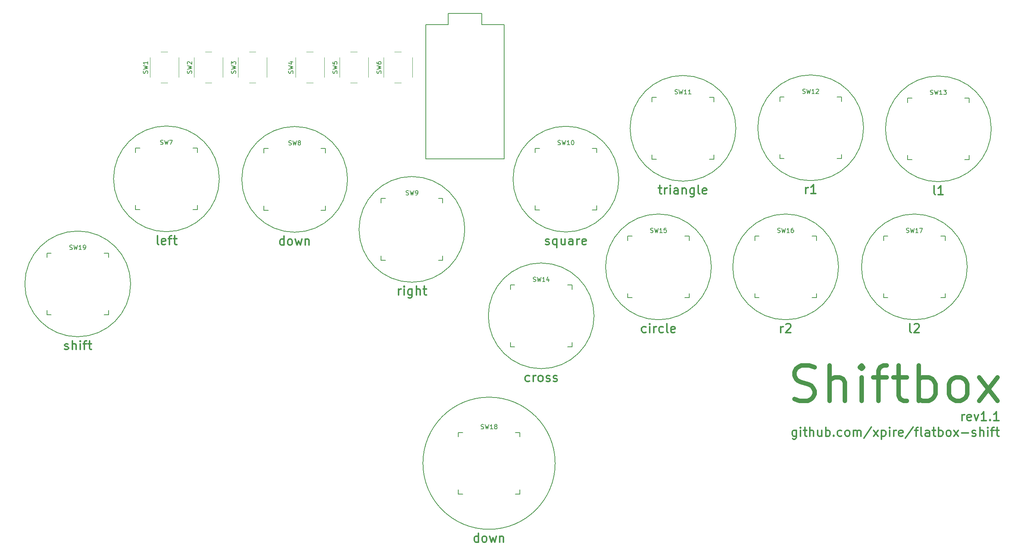
<source format=gto>
%TF.GenerationSoftware,KiCad,Pcbnew,(6.0.7)*%
%TF.CreationDate,2022-08-15T09:32:31+10:00*%
%TF.ProjectId,Flatbox-rev1_1_goldenratio,466c6174-626f-4782-9d72-6576315f315f,rev?*%
%TF.SameCoordinates,Original*%
%TF.FileFunction,Legend,Top*%
%TF.FilePolarity,Positive*%
%FSLAX46Y46*%
G04 Gerber Fmt 4.6, Leading zero omitted, Abs format (unit mm)*
G04 Created by KiCad (PCBNEW (6.0.7)) date 2022-08-15 09:32:31*
%MOMM*%
%LPD*%
G01*
G04 APERTURE LIST*
%ADD10C,0.200000*%
%ADD11C,0.300000*%
%ADD12C,1.000000*%
%ADD13C,0.150000*%
%ADD14C,0.120000*%
%ADD15R,1.600000X1.600000*%
%ADD16C,1.600000*%
%ADD17C,3.429000*%
%ADD18C,1.701800*%
%ADD19C,3.000000*%
%ADD20C,2.032000*%
%ADD21C,6.400000*%
%ADD22C,2.000000*%
G04 APERTURE END LIST*
D10*
X200220000Y-76080000D02*
G75*
G03*
X200220000Y-76080000I-12000000J0D01*
G01*
X144280000Y-67560000D02*
G75*
G03*
X144280000Y-67560000I-12000000J0D01*
G01*
X164780000Y-120660000D02*
G75*
G03*
X164780000Y-120660000I-15000000J0D01*
G01*
X234750000Y-44500000D02*
G75*
G03*
X234750000Y-44500000I-12000000J0D01*
G01*
X179220000Y-56150000D02*
G75*
G03*
X179220000Y-56150000I-12000000J0D01*
G01*
X263720000Y-44740000D02*
G75*
G03*
X263720000Y-44740000I-12000000J0D01*
G01*
X173610000Y-87190000D02*
G75*
G03*
X173610000Y-87190000I-12000000J0D01*
G01*
X117680000Y-56210000D02*
G75*
G03*
X117680000Y-56210000I-12000000J0D01*
G01*
X68460000Y-79940000D02*
G75*
G03*
X68460000Y-79940000I-12000000J0D01*
G01*
X258280000Y-76080000D02*
G75*
G03*
X258280000Y-76080000I-12000000J0D01*
G01*
X88585000Y-56090000D02*
G75*
G03*
X88585000Y-56090000I-12000000J0D01*
G01*
X205780000Y-44620000D02*
G75*
G03*
X205780000Y-44620000I-12000000J0D01*
G01*
X229070000Y-76080000D02*
G75*
G03*
X229070000Y-76080000I-12000000J0D01*
G01*
D11*
X185362857Y-90889523D02*
X185172380Y-90984761D01*
X184791428Y-90984761D01*
X184600952Y-90889523D01*
X184505714Y-90794285D01*
X184410476Y-90603809D01*
X184410476Y-90032380D01*
X184505714Y-89841904D01*
X184600952Y-89746666D01*
X184791428Y-89651428D01*
X185172380Y-89651428D01*
X185362857Y-89746666D01*
X186220000Y-90984761D02*
X186220000Y-89651428D01*
X186220000Y-88984761D02*
X186124761Y-89080000D01*
X186220000Y-89175238D01*
X186315238Y-89080000D01*
X186220000Y-88984761D01*
X186220000Y-89175238D01*
X187172380Y-90984761D02*
X187172380Y-89651428D01*
X187172380Y-90032380D02*
X187267619Y-89841904D01*
X187362857Y-89746666D01*
X187553333Y-89651428D01*
X187743809Y-89651428D01*
X189267619Y-90889523D02*
X189077142Y-90984761D01*
X188696190Y-90984761D01*
X188505714Y-90889523D01*
X188410476Y-90794285D01*
X188315238Y-90603809D01*
X188315238Y-90032380D01*
X188410476Y-89841904D01*
X188505714Y-89746666D01*
X188696190Y-89651428D01*
X189077142Y-89651428D01*
X189267619Y-89746666D01*
X190410476Y-90984761D02*
X190220000Y-90889523D01*
X190124761Y-90699047D01*
X190124761Y-88984761D01*
X191934285Y-90889523D02*
X191743809Y-90984761D01*
X191362857Y-90984761D01*
X191172380Y-90889523D01*
X191077142Y-90699047D01*
X191077142Y-89937142D01*
X191172380Y-89746666D01*
X191362857Y-89651428D01*
X191743809Y-89651428D01*
X191934285Y-89746666D01*
X192029523Y-89937142D01*
X192029523Y-90127619D01*
X191077142Y-90318095D01*
X158943333Y-101999523D02*
X158752857Y-102094761D01*
X158371904Y-102094761D01*
X158181428Y-101999523D01*
X158086190Y-101904285D01*
X157990952Y-101713809D01*
X157990952Y-101142380D01*
X158086190Y-100951904D01*
X158181428Y-100856666D01*
X158371904Y-100761428D01*
X158752857Y-100761428D01*
X158943333Y-100856666D01*
X159800476Y-102094761D02*
X159800476Y-100761428D01*
X159800476Y-101142380D02*
X159895714Y-100951904D01*
X159990952Y-100856666D01*
X160181428Y-100761428D01*
X160371904Y-100761428D01*
X161324285Y-102094761D02*
X161133809Y-101999523D01*
X161038571Y-101904285D01*
X160943333Y-101713809D01*
X160943333Y-101142380D01*
X161038571Y-100951904D01*
X161133809Y-100856666D01*
X161324285Y-100761428D01*
X161610000Y-100761428D01*
X161800476Y-100856666D01*
X161895714Y-100951904D01*
X161990952Y-101142380D01*
X161990952Y-101713809D01*
X161895714Y-101904285D01*
X161800476Y-101999523D01*
X161610000Y-102094761D01*
X161324285Y-102094761D01*
X162752857Y-101999523D02*
X162943333Y-102094761D01*
X163324285Y-102094761D01*
X163514761Y-101999523D01*
X163610000Y-101809047D01*
X163610000Y-101713809D01*
X163514761Y-101523333D01*
X163324285Y-101428095D01*
X163038571Y-101428095D01*
X162848095Y-101332857D01*
X162752857Y-101142380D01*
X162752857Y-101047142D01*
X162848095Y-100856666D01*
X163038571Y-100761428D01*
X163324285Y-100761428D01*
X163514761Y-100856666D01*
X164371904Y-101999523D02*
X164562380Y-102094761D01*
X164943333Y-102094761D01*
X165133809Y-101999523D01*
X165229047Y-101809047D01*
X165229047Y-101713809D01*
X165133809Y-101523333D01*
X164943333Y-101428095D01*
X164657619Y-101428095D01*
X164467142Y-101332857D01*
X164371904Y-101142380D01*
X164371904Y-101047142D01*
X164467142Y-100856666D01*
X164657619Y-100761428D01*
X164943333Y-100761428D01*
X165133809Y-100856666D01*
X147351428Y-138564761D02*
X147351428Y-136564761D01*
X147351428Y-138469523D02*
X147160952Y-138564761D01*
X146780000Y-138564761D01*
X146589523Y-138469523D01*
X146494285Y-138374285D01*
X146399047Y-138183809D01*
X146399047Y-137612380D01*
X146494285Y-137421904D01*
X146589523Y-137326666D01*
X146780000Y-137231428D01*
X147160952Y-137231428D01*
X147351428Y-137326666D01*
X148589523Y-138564761D02*
X148399047Y-138469523D01*
X148303809Y-138374285D01*
X148208571Y-138183809D01*
X148208571Y-137612380D01*
X148303809Y-137421904D01*
X148399047Y-137326666D01*
X148589523Y-137231428D01*
X148875238Y-137231428D01*
X149065714Y-137326666D01*
X149160952Y-137421904D01*
X149256190Y-137612380D01*
X149256190Y-138183809D01*
X149160952Y-138374285D01*
X149065714Y-138469523D01*
X148875238Y-138564761D01*
X148589523Y-138564761D01*
X149922857Y-137231428D02*
X150303809Y-138564761D01*
X150684761Y-137612380D01*
X151065714Y-138564761D01*
X151446666Y-137231428D01*
X152208571Y-137231428D02*
X152208571Y-138564761D01*
X152208571Y-137421904D02*
X152303809Y-137326666D01*
X152494285Y-137231428D01*
X152780000Y-137231428D01*
X152970476Y-137326666D01*
X153065714Y-137517142D01*
X153065714Y-138564761D01*
X251005714Y-59644761D02*
X250815238Y-59549523D01*
X250720000Y-59359047D01*
X250720000Y-57644761D01*
X252815238Y-59644761D02*
X251672380Y-59644761D01*
X252243809Y-59644761D02*
X252243809Y-57644761D01*
X252053333Y-57930476D01*
X251862857Y-58120952D01*
X251672380Y-58216190D01*
X219506428Y-113189428D02*
X219506428Y-114808476D01*
X219411190Y-114998952D01*
X219315952Y-115094190D01*
X219125476Y-115189428D01*
X218839761Y-115189428D01*
X218649285Y-115094190D01*
X219506428Y-114427523D02*
X219315952Y-114522761D01*
X218935000Y-114522761D01*
X218744523Y-114427523D01*
X218649285Y-114332285D01*
X218554047Y-114141809D01*
X218554047Y-113570380D01*
X218649285Y-113379904D01*
X218744523Y-113284666D01*
X218935000Y-113189428D01*
X219315952Y-113189428D01*
X219506428Y-113284666D01*
X220458809Y-114522761D02*
X220458809Y-113189428D01*
X220458809Y-112522761D02*
X220363571Y-112618000D01*
X220458809Y-112713238D01*
X220554047Y-112618000D01*
X220458809Y-112522761D01*
X220458809Y-112713238D01*
X221125476Y-113189428D02*
X221887380Y-113189428D01*
X221411190Y-112522761D02*
X221411190Y-114237047D01*
X221506428Y-114427523D01*
X221696904Y-114522761D01*
X221887380Y-114522761D01*
X222554047Y-114522761D02*
X222554047Y-112522761D01*
X223411190Y-114522761D02*
X223411190Y-113475142D01*
X223315952Y-113284666D01*
X223125476Y-113189428D01*
X222839761Y-113189428D01*
X222649285Y-113284666D01*
X222554047Y-113379904D01*
X225220714Y-113189428D02*
X225220714Y-114522761D01*
X224363571Y-113189428D02*
X224363571Y-114237047D01*
X224458809Y-114427523D01*
X224649285Y-114522761D01*
X224935000Y-114522761D01*
X225125476Y-114427523D01*
X225220714Y-114332285D01*
X226173095Y-114522761D02*
X226173095Y-112522761D01*
X226173095Y-113284666D02*
X226363571Y-113189428D01*
X226744523Y-113189428D01*
X226935000Y-113284666D01*
X227030238Y-113379904D01*
X227125476Y-113570380D01*
X227125476Y-114141809D01*
X227030238Y-114332285D01*
X226935000Y-114427523D01*
X226744523Y-114522761D01*
X226363571Y-114522761D01*
X226173095Y-114427523D01*
X227982619Y-114332285D02*
X228077857Y-114427523D01*
X227982619Y-114522761D01*
X227887380Y-114427523D01*
X227982619Y-114332285D01*
X227982619Y-114522761D01*
X229792142Y-114427523D02*
X229601666Y-114522761D01*
X229220714Y-114522761D01*
X229030238Y-114427523D01*
X228934999Y-114332285D01*
X228839761Y-114141809D01*
X228839761Y-113570380D01*
X228934999Y-113379904D01*
X229030238Y-113284666D01*
X229220714Y-113189428D01*
X229601666Y-113189428D01*
X229792142Y-113284666D01*
X230934999Y-114522761D02*
X230744523Y-114427523D01*
X230649285Y-114332285D01*
X230554047Y-114141809D01*
X230554047Y-113570380D01*
X230649285Y-113379904D01*
X230744523Y-113284666D01*
X230934999Y-113189428D01*
X231220714Y-113189428D01*
X231411190Y-113284666D01*
X231506428Y-113379904D01*
X231601666Y-113570380D01*
X231601666Y-114141809D01*
X231506428Y-114332285D01*
X231411190Y-114427523D01*
X231220714Y-114522761D01*
X230934999Y-114522761D01*
X232458809Y-114522761D02*
X232458809Y-113189428D01*
X232458809Y-113379904D02*
X232554047Y-113284666D01*
X232744523Y-113189428D01*
X233030238Y-113189428D01*
X233220714Y-113284666D01*
X233315952Y-113475142D01*
X233315952Y-114522761D01*
X233315952Y-113475142D02*
X233411190Y-113284666D01*
X233601666Y-113189428D01*
X233887380Y-113189428D01*
X234077857Y-113284666D01*
X234173095Y-113475142D01*
X234173095Y-114522761D01*
X236554047Y-112427523D02*
X234839761Y-114998952D01*
X237030238Y-114522761D02*
X238077857Y-113189428D01*
X237030238Y-113189428D02*
X238077857Y-114522761D01*
X238839761Y-113189428D02*
X238839761Y-115189428D01*
X238839761Y-113284666D02*
X239030238Y-113189428D01*
X239411190Y-113189428D01*
X239601666Y-113284666D01*
X239696904Y-113379904D01*
X239792142Y-113570380D01*
X239792142Y-114141809D01*
X239696904Y-114332285D01*
X239601666Y-114427523D01*
X239411190Y-114522761D01*
X239030238Y-114522761D01*
X238839761Y-114427523D01*
X240649285Y-114522761D02*
X240649285Y-113189428D01*
X240649285Y-112522761D02*
X240554047Y-112618000D01*
X240649285Y-112713238D01*
X240744523Y-112618000D01*
X240649285Y-112522761D01*
X240649285Y-112713238D01*
X241601666Y-114522761D02*
X241601666Y-113189428D01*
X241601666Y-113570380D02*
X241696904Y-113379904D01*
X241792142Y-113284666D01*
X241982619Y-113189428D01*
X242173095Y-113189428D01*
X243601666Y-114427523D02*
X243411190Y-114522761D01*
X243030238Y-114522761D01*
X242839761Y-114427523D01*
X242744523Y-114237047D01*
X242744523Y-113475142D01*
X242839761Y-113284666D01*
X243030238Y-113189428D01*
X243411190Y-113189428D01*
X243601666Y-113284666D01*
X243696904Y-113475142D01*
X243696904Y-113665619D01*
X242744523Y-113856095D01*
X245982619Y-112427523D02*
X244268333Y-114998952D01*
X246363571Y-113189428D02*
X247125476Y-113189428D01*
X246649285Y-114522761D02*
X246649285Y-112808476D01*
X246744523Y-112618000D01*
X246934999Y-112522761D01*
X247125476Y-112522761D01*
X248077857Y-114522761D02*
X247887380Y-114427523D01*
X247792142Y-114237047D01*
X247792142Y-112522761D01*
X249696904Y-114522761D02*
X249696904Y-113475142D01*
X249601666Y-113284666D01*
X249411190Y-113189428D01*
X249030238Y-113189428D01*
X248839761Y-113284666D01*
X249696904Y-114427523D02*
X249506428Y-114522761D01*
X249030238Y-114522761D01*
X248839761Y-114427523D01*
X248744523Y-114237047D01*
X248744523Y-114046571D01*
X248839761Y-113856095D01*
X249030238Y-113760857D01*
X249506428Y-113760857D01*
X249696904Y-113665619D01*
X250363571Y-113189428D02*
X251125476Y-113189428D01*
X250649285Y-112522761D02*
X250649285Y-114237047D01*
X250744523Y-114427523D01*
X250934999Y-114522761D01*
X251125476Y-114522761D01*
X251792142Y-114522761D02*
X251792142Y-112522761D01*
X251792142Y-113284666D02*
X251982619Y-113189428D01*
X252363571Y-113189428D01*
X252554047Y-113284666D01*
X252649285Y-113379904D01*
X252744523Y-113570380D01*
X252744523Y-114141809D01*
X252649285Y-114332285D01*
X252554047Y-114427523D01*
X252363571Y-114522761D01*
X251982619Y-114522761D01*
X251792142Y-114427523D01*
X253887380Y-114522761D02*
X253696904Y-114427523D01*
X253601666Y-114332285D01*
X253506428Y-114141809D01*
X253506428Y-113570380D01*
X253601666Y-113379904D01*
X253696904Y-113284666D01*
X253887380Y-113189428D01*
X254173095Y-113189428D01*
X254363571Y-113284666D01*
X254458809Y-113379904D01*
X254554047Y-113570380D01*
X254554047Y-114141809D01*
X254458809Y-114332285D01*
X254363571Y-114427523D01*
X254173095Y-114522761D01*
X253887380Y-114522761D01*
X255220714Y-114522761D02*
X256268333Y-113189428D01*
X255220714Y-113189428D02*
X256268333Y-114522761D01*
X257030238Y-113760857D02*
X258554047Y-113760857D01*
X259411190Y-114427523D02*
X259601666Y-114522761D01*
X259982619Y-114522761D01*
X260173095Y-114427523D01*
X260268333Y-114237047D01*
X260268333Y-114141809D01*
X260173095Y-113951333D01*
X259982619Y-113856095D01*
X259696904Y-113856095D01*
X259506428Y-113760857D01*
X259411190Y-113570380D01*
X259411190Y-113475142D01*
X259506428Y-113284666D01*
X259696904Y-113189428D01*
X259982619Y-113189428D01*
X260173095Y-113284666D01*
X261125476Y-114522761D02*
X261125476Y-112522761D01*
X261982619Y-114522761D02*
X261982619Y-113475142D01*
X261887380Y-113284666D01*
X261696904Y-113189428D01*
X261411190Y-113189428D01*
X261220714Y-113284666D01*
X261125476Y-113379904D01*
X262934999Y-114522761D02*
X262934999Y-113189428D01*
X262934999Y-112522761D02*
X262839761Y-112618000D01*
X262934999Y-112713238D01*
X263030238Y-112618000D01*
X262934999Y-112522761D01*
X262934999Y-112713238D01*
X263601666Y-113189428D02*
X264363571Y-113189428D01*
X263887380Y-114522761D02*
X263887380Y-112808476D01*
X263982619Y-112618000D01*
X264173095Y-112522761D01*
X264363571Y-112522761D01*
X264744523Y-113189428D02*
X265506428Y-113189428D01*
X265030238Y-112522761D02*
X265030238Y-114237047D01*
X265125476Y-114427523D01*
X265315952Y-114522761D01*
X265506428Y-114522761D01*
X103251428Y-71114761D02*
X103251428Y-69114761D01*
X103251428Y-71019523D02*
X103060952Y-71114761D01*
X102680000Y-71114761D01*
X102489523Y-71019523D01*
X102394285Y-70924285D01*
X102299047Y-70733809D01*
X102299047Y-70162380D01*
X102394285Y-69971904D01*
X102489523Y-69876666D01*
X102680000Y-69781428D01*
X103060952Y-69781428D01*
X103251428Y-69876666D01*
X104489523Y-71114761D02*
X104299047Y-71019523D01*
X104203809Y-70924285D01*
X104108571Y-70733809D01*
X104108571Y-70162380D01*
X104203809Y-69971904D01*
X104299047Y-69876666D01*
X104489523Y-69781428D01*
X104775238Y-69781428D01*
X104965714Y-69876666D01*
X105060952Y-69971904D01*
X105156190Y-70162380D01*
X105156190Y-70733809D01*
X105060952Y-70924285D01*
X104965714Y-71019523D01*
X104775238Y-71114761D01*
X104489523Y-71114761D01*
X105822857Y-69781428D02*
X106203809Y-71114761D01*
X106584761Y-70162380D01*
X106965714Y-71114761D01*
X107346666Y-69781428D01*
X108108571Y-69781428D02*
X108108571Y-71114761D01*
X108108571Y-69971904D02*
X108203809Y-69876666D01*
X108394285Y-69781428D01*
X108680000Y-69781428D01*
X108870476Y-69876666D01*
X108965714Y-70067142D01*
X108965714Y-71114761D01*
X215974761Y-90984761D02*
X215974761Y-89651428D01*
X215974761Y-90032380D02*
X216070000Y-89841904D01*
X216165238Y-89746666D01*
X216355714Y-89651428D01*
X216546190Y-89651428D01*
X217117619Y-89175238D02*
X217212857Y-89080000D01*
X217403333Y-88984761D01*
X217879523Y-88984761D01*
X218070000Y-89080000D01*
X218165238Y-89175238D01*
X218260476Y-89365714D01*
X218260476Y-89556190D01*
X218165238Y-89841904D01*
X217022380Y-90984761D01*
X218260476Y-90984761D01*
X129280000Y-82464761D02*
X129280000Y-81131428D01*
X129280000Y-81512380D02*
X129375238Y-81321904D01*
X129470476Y-81226666D01*
X129660952Y-81131428D01*
X129851428Y-81131428D01*
X130518095Y-82464761D02*
X130518095Y-81131428D01*
X130518095Y-80464761D02*
X130422857Y-80560000D01*
X130518095Y-80655238D01*
X130613333Y-80560000D01*
X130518095Y-80464761D01*
X130518095Y-80655238D01*
X132327619Y-81131428D02*
X132327619Y-82750476D01*
X132232380Y-82940952D01*
X132137142Y-83036190D01*
X131946666Y-83131428D01*
X131660952Y-83131428D01*
X131470476Y-83036190D01*
X132327619Y-82369523D02*
X132137142Y-82464761D01*
X131756190Y-82464761D01*
X131565714Y-82369523D01*
X131470476Y-82274285D01*
X131375238Y-82083809D01*
X131375238Y-81512380D01*
X131470476Y-81321904D01*
X131565714Y-81226666D01*
X131756190Y-81131428D01*
X132137142Y-81131428D01*
X132327619Y-81226666D01*
X133280000Y-82464761D02*
X133280000Y-80464761D01*
X134137142Y-82464761D02*
X134137142Y-81417142D01*
X134041904Y-81226666D01*
X133851428Y-81131428D01*
X133565714Y-81131428D01*
X133375238Y-81226666D01*
X133280000Y-81321904D01*
X134803809Y-81131428D02*
X135565714Y-81131428D01*
X135089523Y-80464761D02*
X135089523Y-82179047D01*
X135184761Y-82369523D01*
X135375238Y-82464761D01*
X135565714Y-82464761D01*
X74823095Y-70994761D02*
X74632619Y-70899523D01*
X74537380Y-70709047D01*
X74537380Y-68994761D01*
X76346904Y-70899523D02*
X76156428Y-70994761D01*
X75775476Y-70994761D01*
X75585000Y-70899523D01*
X75489761Y-70709047D01*
X75489761Y-69947142D01*
X75585000Y-69756666D01*
X75775476Y-69661428D01*
X76156428Y-69661428D01*
X76346904Y-69756666D01*
X76442142Y-69947142D01*
X76442142Y-70137619D01*
X75489761Y-70328095D01*
X77013571Y-69661428D02*
X77775476Y-69661428D01*
X77299285Y-70994761D02*
X77299285Y-69280476D01*
X77394523Y-69090000D01*
X77585000Y-68994761D01*
X77775476Y-68994761D01*
X78156428Y-69661428D02*
X78918333Y-69661428D01*
X78442142Y-68994761D02*
X78442142Y-70709047D01*
X78537380Y-70899523D01*
X78727857Y-70994761D01*
X78918333Y-70994761D01*
X53507619Y-94749523D02*
X53698095Y-94844761D01*
X54079047Y-94844761D01*
X54269523Y-94749523D01*
X54364761Y-94559047D01*
X54364761Y-94463809D01*
X54269523Y-94273333D01*
X54079047Y-94178095D01*
X53793333Y-94178095D01*
X53602857Y-94082857D01*
X53507619Y-93892380D01*
X53507619Y-93797142D01*
X53602857Y-93606666D01*
X53793333Y-93511428D01*
X54079047Y-93511428D01*
X54269523Y-93606666D01*
X55221904Y-94844761D02*
X55221904Y-92844761D01*
X56079047Y-94844761D02*
X56079047Y-93797142D01*
X55983809Y-93606666D01*
X55793333Y-93511428D01*
X55507619Y-93511428D01*
X55317142Y-93606666D01*
X55221904Y-93701904D01*
X57031428Y-94844761D02*
X57031428Y-93511428D01*
X57031428Y-92844761D02*
X56936190Y-92940000D01*
X57031428Y-93035238D01*
X57126666Y-92940000D01*
X57031428Y-92844761D01*
X57031428Y-93035238D01*
X57698095Y-93511428D02*
X58460000Y-93511428D01*
X57983809Y-94844761D02*
X57983809Y-93130476D01*
X58079047Y-92940000D01*
X58269523Y-92844761D01*
X58460000Y-92844761D01*
X58840952Y-93511428D02*
X59602857Y-93511428D01*
X59126666Y-92844761D02*
X59126666Y-94559047D01*
X59221904Y-94749523D01*
X59412380Y-94844761D01*
X59602857Y-94844761D01*
X257096142Y-110966761D02*
X257096142Y-109633428D01*
X257096142Y-110014380D02*
X257191380Y-109823904D01*
X257286619Y-109728666D01*
X257477095Y-109633428D01*
X257667571Y-109633428D01*
X259096142Y-110871523D02*
X258905666Y-110966761D01*
X258524714Y-110966761D01*
X258334238Y-110871523D01*
X258239000Y-110681047D01*
X258239000Y-109919142D01*
X258334238Y-109728666D01*
X258524714Y-109633428D01*
X258905666Y-109633428D01*
X259096142Y-109728666D01*
X259191380Y-109919142D01*
X259191380Y-110109619D01*
X258239000Y-110300095D01*
X259858047Y-109633428D02*
X260334238Y-110966761D01*
X260810428Y-109633428D01*
X262619952Y-110966761D02*
X261477095Y-110966761D01*
X262048523Y-110966761D02*
X262048523Y-108966761D01*
X261858047Y-109252476D01*
X261667571Y-109442952D01*
X261477095Y-109538190D01*
X263477095Y-110776285D02*
X263572333Y-110871523D01*
X263477095Y-110966761D01*
X263381857Y-110871523D01*
X263477095Y-110776285D01*
X263477095Y-110966761D01*
X265477095Y-110966761D02*
X264334238Y-110966761D01*
X264905666Y-110966761D02*
X264905666Y-108966761D01*
X264715190Y-109252476D01*
X264524714Y-109442952D01*
X264334238Y-109538190D01*
X188208571Y-58191428D02*
X188970476Y-58191428D01*
X188494285Y-57524761D02*
X188494285Y-59239047D01*
X188589523Y-59429523D01*
X188780000Y-59524761D01*
X188970476Y-59524761D01*
X189637142Y-59524761D02*
X189637142Y-58191428D01*
X189637142Y-58572380D02*
X189732380Y-58381904D01*
X189827619Y-58286666D01*
X190018095Y-58191428D01*
X190208571Y-58191428D01*
X190875238Y-59524761D02*
X190875238Y-58191428D01*
X190875238Y-57524761D02*
X190780000Y-57620000D01*
X190875238Y-57715238D01*
X190970476Y-57620000D01*
X190875238Y-57524761D01*
X190875238Y-57715238D01*
X192684761Y-59524761D02*
X192684761Y-58477142D01*
X192589523Y-58286666D01*
X192399047Y-58191428D01*
X192018095Y-58191428D01*
X191827619Y-58286666D01*
X192684761Y-59429523D02*
X192494285Y-59524761D01*
X192018095Y-59524761D01*
X191827619Y-59429523D01*
X191732380Y-59239047D01*
X191732380Y-59048571D01*
X191827619Y-58858095D01*
X192018095Y-58762857D01*
X192494285Y-58762857D01*
X192684761Y-58667619D01*
X193637142Y-58191428D02*
X193637142Y-59524761D01*
X193637142Y-58381904D02*
X193732380Y-58286666D01*
X193922857Y-58191428D01*
X194208571Y-58191428D01*
X194399047Y-58286666D01*
X194494285Y-58477142D01*
X194494285Y-59524761D01*
X196303809Y-58191428D02*
X196303809Y-59810476D01*
X196208571Y-60000952D01*
X196113333Y-60096190D01*
X195922857Y-60191428D01*
X195637142Y-60191428D01*
X195446666Y-60096190D01*
X196303809Y-59429523D02*
X196113333Y-59524761D01*
X195732380Y-59524761D01*
X195541904Y-59429523D01*
X195446666Y-59334285D01*
X195351428Y-59143809D01*
X195351428Y-58572380D01*
X195446666Y-58381904D01*
X195541904Y-58286666D01*
X195732380Y-58191428D01*
X196113333Y-58191428D01*
X196303809Y-58286666D01*
X197541904Y-59524761D02*
X197351428Y-59429523D01*
X197256190Y-59239047D01*
X197256190Y-57524761D01*
X199065714Y-59429523D02*
X198875238Y-59524761D01*
X198494285Y-59524761D01*
X198303809Y-59429523D01*
X198208571Y-59239047D01*
X198208571Y-58477142D01*
X198303809Y-58286666D01*
X198494285Y-58191428D01*
X198875238Y-58191428D01*
X199065714Y-58286666D01*
X199160952Y-58477142D01*
X199160952Y-58667619D01*
X198208571Y-58858095D01*
D12*
X219077857Y-106108095D02*
X220220714Y-106489047D01*
X222125476Y-106489047D01*
X222887380Y-106108095D01*
X223268333Y-105727142D01*
X223649285Y-104965238D01*
X223649285Y-104203333D01*
X223268333Y-103441428D01*
X222887380Y-103060476D01*
X222125476Y-102679523D01*
X220601666Y-102298571D01*
X219839761Y-101917619D01*
X219458809Y-101536666D01*
X219077857Y-100774761D01*
X219077857Y-100012857D01*
X219458809Y-99250952D01*
X219839761Y-98870000D01*
X220601666Y-98489047D01*
X222506428Y-98489047D01*
X223649285Y-98870000D01*
X227077857Y-106489047D02*
X227077857Y-98489047D01*
X230506428Y-106489047D02*
X230506428Y-102298571D01*
X230125476Y-101536666D01*
X229363571Y-101155714D01*
X228220714Y-101155714D01*
X227458809Y-101536666D01*
X227077857Y-101917619D01*
X234315952Y-106489047D02*
X234315952Y-101155714D01*
X234315952Y-98489047D02*
X233935000Y-98870000D01*
X234315952Y-99250952D01*
X234696904Y-98870000D01*
X234315952Y-98489047D01*
X234315952Y-99250952D01*
X236982619Y-101155714D02*
X240030238Y-101155714D01*
X238125476Y-106489047D02*
X238125476Y-99631904D01*
X238506428Y-98870000D01*
X239268333Y-98489047D01*
X240030238Y-98489047D01*
X241554047Y-101155714D02*
X244601666Y-101155714D01*
X242696904Y-98489047D02*
X242696904Y-105346190D01*
X243077857Y-106108095D01*
X243839761Y-106489047D01*
X244601666Y-106489047D01*
X247268333Y-106489047D02*
X247268333Y-98489047D01*
X247268333Y-101536666D02*
X248030238Y-101155714D01*
X249554047Y-101155714D01*
X250315952Y-101536666D01*
X250696904Y-101917619D01*
X251077857Y-102679523D01*
X251077857Y-104965238D01*
X250696904Y-105727142D01*
X250315952Y-106108095D01*
X249554047Y-106489047D01*
X248030238Y-106489047D01*
X247268333Y-106108095D01*
X255649285Y-106489047D02*
X254887380Y-106108095D01*
X254506428Y-105727142D01*
X254125476Y-104965238D01*
X254125476Y-102679523D01*
X254506428Y-101917619D01*
X254887380Y-101536666D01*
X255649285Y-101155714D01*
X256792142Y-101155714D01*
X257554047Y-101536666D01*
X257935000Y-101917619D01*
X258315952Y-102679523D01*
X258315952Y-104965238D01*
X257935000Y-105727142D01*
X257554047Y-106108095D01*
X256792142Y-106489047D01*
X255649285Y-106489047D01*
X260982619Y-106489047D02*
X265173095Y-101155714D01*
X260982619Y-101155714D02*
X265173095Y-106489047D01*
D11*
X162600952Y-70959523D02*
X162791428Y-71054761D01*
X163172380Y-71054761D01*
X163362857Y-70959523D01*
X163458095Y-70769047D01*
X163458095Y-70673809D01*
X163362857Y-70483333D01*
X163172380Y-70388095D01*
X162886666Y-70388095D01*
X162696190Y-70292857D01*
X162600952Y-70102380D01*
X162600952Y-70007142D01*
X162696190Y-69816666D01*
X162886666Y-69721428D01*
X163172380Y-69721428D01*
X163362857Y-69816666D01*
X165172380Y-69721428D02*
X165172380Y-71721428D01*
X165172380Y-70959523D02*
X164981904Y-71054761D01*
X164600952Y-71054761D01*
X164410476Y-70959523D01*
X164315238Y-70864285D01*
X164220000Y-70673809D01*
X164220000Y-70102380D01*
X164315238Y-69911904D01*
X164410476Y-69816666D01*
X164600952Y-69721428D01*
X164981904Y-69721428D01*
X165172380Y-69816666D01*
X166981904Y-69721428D02*
X166981904Y-71054761D01*
X166124761Y-69721428D02*
X166124761Y-70769047D01*
X166220000Y-70959523D01*
X166410476Y-71054761D01*
X166696190Y-71054761D01*
X166886666Y-70959523D01*
X166981904Y-70864285D01*
X168791428Y-71054761D02*
X168791428Y-70007142D01*
X168696190Y-69816666D01*
X168505714Y-69721428D01*
X168124761Y-69721428D01*
X167934285Y-69816666D01*
X168791428Y-70959523D02*
X168600952Y-71054761D01*
X168124761Y-71054761D01*
X167934285Y-70959523D01*
X167839047Y-70769047D01*
X167839047Y-70578571D01*
X167934285Y-70388095D01*
X168124761Y-70292857D01*
X168600952Y-70292857D01*
X168791428Y-70197619D01*
X169743809Y-71054761D02*
X169743809Y-69721428D01*
X169743809Y-70102380D02*
X169839047Y-69911904D01*
X169934285Y-69816666D01*
X170124761Y-69721428D01*
X170315238Y-69721428D01*
X171743809Y-70959523D02*
X171553333Y-71054761D01*
X171172380Y-71054761D01*
X170981904Y-70959523D01*
X170886666Y-70769047D01*
X170886666Y-70007142D01*
X170981904Y-69816666D01*
X171172380Y-69721428D01*
X171553333Y-69721428D01*
X171743809Y-69816666D01*
X171839047Y-70007142D01*
X171839047Y-70197619D01*
X170886666Y-70388095D01*
X245565714Y-90984761D02*
X245375238Y-90889523D01*
X245280000Y-90699047D01*
X245280000Y-88984761D01*
X246232380Y-89175238D02*
X246327619Y-89080000D01*
X246518095Y-88984761D01*
X246994285Y-88984761D01*
X247184761Y-89080000D01*
X247280000Y-89175238D01*
X247375238Y-89365714D01*
X247375238Y-89556190D01*
X247280000Y-89841904D01*
X246137142Y-90984761D01*
X247375238Y-90984761D01*
X221654761Y-59404761D02*
X221654761Y-58071428D01*
X221654761Y-58452380D02*
X221750000Y-58261904D01*
X221845238Y-58166666D01*
X222035714Y-58071428D01*
X222226190Y-58071428D01*
X223940476Y-59404761D02*
X222797619Y-59404761D01*
X223369047Y-59404761D02*
X223369047Y-57404761D01*
X223178571Y-57690476D01*
X222988095Y-57880952D01*
X222797619Y-57976190D01*
D13*
X104346666Y-48359761D02*
X104489523Y-48407380D01*
X104727619Y-48407380D01*
X104822857Y-48359761D01*
X104870476Y-48312142D01*
X104918095Y-48216904D01*
X104918095Y-48121666D01*
X104870476Y-48026428D01*
X104822857Y-47978809D01*
X104727619Y-47931190D01*
X104537142Y-47883571D01*
X104441904Y-47835952D01*
X104394285Y-47788333D01*
X104346666Y-47693095D01*
X104346666Y-47597857D01*
X104394285Y-47502619D01*
X104441904Y-47455000D01*
X104537142Y-47407380D01*
X104775238Y-47407380D01*
X104918095Y-47455000D01*
X105251428Y-47407380D02*
X105489523Y-48407380D01*
X105680000Y-47693095D01*
X105870476Y-48407380D01*
X106108571Y-47407380D01*
X106632380Y-47835952D02*
X106537142Y-47788333D01*
X106489523Y-47740714D01*
X106441904Y-47645476D01*
X106441904Y-47597857D01*
X106489523Y-47502619D01*
X106537142Y-47455000D01*
X106632380Y-47407380D01*
X106822857Y-47407380D01*
X106918095Y-47455000D01*
X106965714Y-47502619D01*
X107013333Y-47597857D01*
X107013333Y-47645476D01*
X106965714Y-47740714D01*
X106918095Y-47788333D01*
X106822857Y-47835952D01*
X106632380Y-47835952D01*
X106537142Y-47883571D01*
X106489523Y-47931190D01*
X106441904Y-48026428D01*
X106441904Y-48216904D01*
X106489523Y-48312142D01*
X106537142Y-48359761D01*
X106632380Y-48407380D01*
X106822857Y-48407380D01*
X106918095Y-48359761D01*
X106965714Y-48312142D01*
X107013333Y-48216904D01*
X107013333Y-48026428D01*
X106965714Y-47931190D01*
X106918095Y-47883571D01*
X106822857Y-47835952D01*
X130946666Y-59709761D02*
X131089523Y-59757380D01*
X131327619Y-59757380D01*
X131422857Y-59709761D01*
X131470476Y-59662142D01*
X131518095Y-59566904D01*
X131518095Y-59471666D01*
X131470476Y-59376428D01*
X131422857Y-59328809D01*
X131327619Y-59281190D01*
X131137142Y-59233571D01*
X131041904Y-59185952D01*
X130994285Y-59138333D01*
X130946666Y-59043095D01*
X130946666Y-58947857D01*
X130994285Y-58852619D01*
X131041904Y-58805000D01*
X131137142Y-58757380D01*
X131375238Y-58757380D01*
X131518095Y-58805000D01*
X131851428Y-58757380D02*
X132089523Y-59757380D01*
X132280000Y-59043095D01*
X132470476Y-59757380D01*
X132708571Y-58757380D01*
X133137142Y-59757380D02*
X133327619Y-59757380D01*
X133422857Y-59709761D01*
X133470476Y-59662142D01*
X133565714Y-59519285D01*
X133613333Y-59328809D01*
X133613333Y-58947857D01*
X133565714Y-58852619D01*
X133518095Y-58805000D01*
X133422857Y-58757380D01*
X133232380Y-58757380D01*
X133137142Y-58805000D01*
X133089523Y-58852619D01*
X133041904Y-58947857D01*
X133041904Y-59185952D01*
X133089523Y-59281190D01*
X133137142Y-59328809D01*
X133232380Y-59376428D01*
X133422857Y-59376428D01*
X133518095Y-59328809D01*
X133565714Y-59281190D01*
X133613333Y-59185952D01*
X147970476Y-112809761D02*
X148113333Y-112857380D01*
X148351428Y-112857380D01*
X148446666Y-112809761D01*
X148494285Y-112762142D01*
X148541904Y-112666904D01*
X148541904Y-112571666D01*
X148494285Y-112476428D01*
X148446666Y-112428809D01*
X148351428Y-112381190D01*
X148160952Y-112333571D01*
X148065714Y-112285952D01*
X148018095Y-112238333D01*
X147970476Y-112143095D01*
X147970476Y-112047857D01*
X148018095Y-111952619D01*
X148065714Y-111905000D01*
X148160952Y-111857380D01*
X148399047Y-111857380D01*
X148541904Y-111905000D01*
X148875238Y-111857380D02*
X149113333Y-112857380D01*
X149303809Y-112143095D01*
X149494285Y-112857380D01*
X149732380Y-111857380D01*
X150637142Y-112857380D02*
X150065714Y-112857380D01*
X150351428Y-112857380D02*
X150351428Y-111857380D01*
X150256190Y-112000238D01*
X150160952Y-112095476D01*
X150065714Y-112143095D01*
X151208571Y-112285952D02*
X151113333Y-112238333D01*
X151065714Y-112190714D01*
X151018095Y-112095476D01*
X151018095Y-112047857D01*
X151065714Y-111952619D01*
X151113333Y-111905000D01*
X151208571Y-111857380D01*
X151399047Y-111857380D01*
X151494285Y-111905000D01*
X151541904Y-111952619D01*
X151589523Y-112047857D01*
X151589523Y-112095476D01*
X151541904Y-112190714D01*
X151494285Y-112238333D01*
X151399047Y-112285952D01*
X151208571Y-112285952D01*
X151113333Y-112333571D01*
X151065714Y-112381190D01*
X151018095Y-112476428D01*
X151018095Y-112666904D01*
X151065714Y-112762142D01*
X151113333Y-112809761D01*
X151208571Y-112857380D01*
X151399047Y-112857380D01*
X151494285Y-112809761D01*
X151541904Y-112762142D01*
X151589523Y-112666904D01*
X151589523Y-112476428D01*
X151541904Y-112381190D01*
X151494285Y-112333571D01*
X151399047Y-112285952D01*
X165410476Y-48299761D02*
X165553333Y-48347380D01*
X165791428Y-48347380D01*
X165886666Y-48299761D01*
X165934285Y-48252142D01*
X165981904Y-48156904D01*
X165981904Y-48061666D01*
X165934285Y-47966428D01*
X165886666Y-47918809D01*
X165791428Y-47871190D01*
X165600952Y-47823571D01*
X165505714Y-47775952D01*
X165458095Y-47728333D01*
X165410476Y-47633095D01*
X165410476Y-47537857D01*
X165458095Y-47442619D01*
X165505714Y-47395000D01*
X165600952Y-47347380D01*
X165839047Y-47347380D01*
X165981904Y-47395000D01*
X166315238Y-47347380D02*
X166553333Y-48347380D01*
X166743809Y-47633095D01*
X166934285Y-48347380D01*
X167172380Y-47347380D01*
X168077142Y-48347380D02*
X167505714Y-48347380D01*
X167791428Y-48347380D02*
X167791428Y-47347380D01*
X167696190Y-47490238D01*
X167600952Y-47585476D01*
X167505714Y-47633095D01*
X168696190Y-47347380D02*
X168791428Y-47347380D01*
X168886666Y-47395000D01*
X168934285Y-47442619D01*
X168981904Y-47537857D01*
X169029523Y-47728333D01*
X169029523Y-47966428D01*
X168981904Y-48156904D01*
X168934285Y-48252142D01*
X168886666Y-48299761D01*
X168791428Y-48347380D01*
X168696190Y-48347380D01*
X168600952Y-48299761D01*
X168553333Y-48252142D01*
X168505714Y-48156904D01*
X168458095Y-47966428D01*
X168458095Y-47728333D01*
X168505714Y-47537857D01*
X168553333Y-47442619D01*
X168600952Y-47395000D01*
X168696190Y-47347380D01*
X191970476Y-36769761D02*
X192113333Y-36817380D01*
X192351428Y-36817380D01*
X192446666Y-36769761D01*
X192494285Y-36722142D01*
X192541904Y-36626904D01*
X192541904Y-36531666D01*
X192494285Y-36436428D01*
X192446666Y-36388809D01*
X192351428Y-36341190D01*
X192160952Y-36293571D01*
X192065714Y-36245952D01*
X192018095Y-36198333D01*
X191970476Y-36103095D01*
X191970476Y-36007857D01*
X192018095Y-35912619D01*
X192065714Y-35865000D01*
X192160952Y-35817380D01*
X192399047Y-35817380D01*
X192541904Y-35865000D01*
X192875238Y-35817380D02*
X193113333Y-36817380D01*
X193303809Y-36103095D01*
X193494285Y-36817380D01*
X193732380Y-35817380D01*
X194637142Y-36817380D02*
X194065714Y-36817380D01*
X194351428Y-36817380D02*
X194351428Y-35817380D01*
X194256190Y-35960238D01*
X194160952Y-36055476D01*
X194065714Y-36103095D01*
X195589523Y-36817380D02*
X195018095Y-36817380D01*
X195303809Y-36817380D02*
X195303809Y-35817380D01*
X195208571Y-35960238D01*
X195113333Y-36055476D01*
X195018095Y-36103095D01*
X220940476Y-36649761D02*
X221083333Y-36697380D01*
X221321428Y-36697380D01*
X221416666Y-36649761D01*
X221464285Y-36602142D01*
X221511904Y-36506904D01*
X221511904Y-36411666D01*
X221464285Y-36316428D01*
X221416666Y-36268809D01*
X221321428Y-36221190D01*
X221130952Y-36173571D01*
X221035714Y-36125952D01*
X220988095Y-36078333D01*
X220940476Y-35983095D01*
X220940476Y-35887857D01*
X220988095Y-35792619D01*
X221035714Y-35745000D01*
X221130952Y-35697380D01*
X221369047Y-35697380D01*
X221511904Y-35745000D01*
X221845238Y-35697380D02*
X222083333Y-36697380D01*
X222273809Y-35983095D01*
X222464285Y-36697380D01*
X222702380Y-35697380D01*
X223607142Y-36697380D02*
X223035714Y-36697380D01*
X223321428Y-36697380D02*
X223321428Y-35697380D01*
X223226190Y-35840238D01*
X223130952Y-35935476D01*
X223035714Y-35983095D01*
X223988095Y-35792619D02*
X224035714Y-35745000D01*
X224130952Y-35697380D01*
X224369047Y-35697380D01*
X224464285Y-35745000D01*
X224511904Y-35792619D01*
X224559523Y-35887857D01*
X224559523Y-35983095D01*
X224511904Y-36125952D01*
X223940476Y-36697380D01*
X224559523Y-36697380D01*
X249910476Y-36889761D02*
X250053333Y-36937380D01*
X250291428Y-36937380D01*
X250386666Y-36889761D01*
X250434285Y-36842142D01*
X250481904Y-36746904D01*
X250481904Y-36651666D01*
X250434285Y-36556428D01*
X250386666Y-36508809D01*
X250291428Y-36461190D01*
X250100952Y-36413571D01*
X250005714Y-36365952D01*
X249958095Y-36318333D01*
X249910476Y-36223095D01*
X249910476Y-36127857D01*
X249958095Y-36032619D01*
X250005714Y-35985000D01*
X250100952Y-35937380D01*
X250339047Y-35937380D01*
X250481904Y-35985000D01*
X250815238Y-35937380D02*
X251053333Y-36937380D01*
X251243809Y-36223095D01*
X251434285Y-36937380D01*
X251672380Y-35937380D01*
X252577142Y-36937380D02*
X252005714Y-36937380D01*
X252291428Y-36937380D02*
X252291428Y-35937380D01*
X252196190Y-36080238D01*
X252100952Y-36175476D01*
X252005714Y-36223095D01*
X252910476Y-35937380D02*
X253529523Y-35937380D01*
X253196190Y-36318333D01*
X253339047Y-36318333D01*
X253434285Y-36365952D01*
X253481904Y-36413571D01*
X253529523Y-36508809D01*
X253529523Y-36746904D01*
X253481904Y-36842142D01*
X253434285Y-36889761D01*
X253339047Y-36937380D01*
X253053333Y-36937380D01*
X252958095Y-36889761D01*
X252910476Y-36842142D01*
X159800476Y-79339761D02*
X159943333Y-79387380D01*
X160181428Y-79387380D01*
X160276666Y-79339761D01*
X160324285Y-79292142D01*
X160371904Y-79196904D01*
X160371904Y-79101666D01*
X160324285Y-79006428D01*
X160276666Y-78958809D01*
X160181428Y-78911190D01*
X159990952Y-78863571D01*
X159895714Y-78815952D01*
X159848095Y-78768333D01*
X159800476Y-78673095D01*
X159800476Y-78577857D01*
X159848095Y-78482619D01*
X159895714Y-78435000D01*
X159990952Y-78387380D01*
X160229047Y-78387380D01*
X160371904Y-78435000D01*
X160705238Y-78387380D02*
X160943333Y-79387380D01*
X161133809Y-78673095D01*
X161324285Y-79387380D01*
X161562380Y-78387380D01*
X162467142Y-79387380D02*
X161895714Y-79387380D01*
X162181428Y-79387380D02*
X162181428Y-78387380D01*
X162086190Y-78530238D01*
X161990952Y-78625476D01*
X161895714Y-78673095D01*
X163324285Y-78720714D02*
X163324285Y-79387380D01*
X163086190Y-78339761D02*
X162848095Y-79054047D01*
X163467142Y-79054047D01*
X186410476Y-68229761D02*
X186553333Y-68277380D01*
X186791428Y-68277380D01*
X186886666Y-68229761D01*
X186934285Y-68182142D01*
X186981904Y-68086904D01*
X186981904Y-67991666D01*
X186934285Y-67896428D01*
X186886666Y-67848809D01*
X186791428Y-67801190D01*
X186600952Y-67753571D01*
X186505714Y-67705952D01*
X186458095Y-67658333D01*
X186410476Y-67563095D01*
X186410476Y-67467857D01*
X186458095Y-67372619D01*
X186505714Y-67325000D01*
X186600952Y-67277380D01*
X186839047Y-67277380D01*
X186981904Y-67325000D01*
X187315238Y-67277380D02*
X187553333Y-68277380D01*
X187743809Y-67563095D01*
X187934285Y-68277380D01*
X188172380Y-67277380D01*
X189077142Y-68277380D02*
X188505714Y-68277380D01*
X188791428Y-68277380D02*
X188791428Y-67277380D01*
X188696190Y-67420238D01*
X188600952Y-67515476D01*
X188505714Y-67563095D01*
X189981904Y-67277380D02*
X189505714Y-67277380D01*
X189458095Y-67753571D01*
X189505714Y-67705952D01*
X189600952Y-67658333D01*
X189839047Y-67658333D01*
X189934285Y-67705952D01*
X189981904Y-67753571D01*
X190029523Y-67848809D01*
X190029523Y-68086904D01*
X189981904Y-68182142D01*
X189934285Y-68229761D01*
X189839047Y-68277380D01*
X189600952Y-68277380D01*
X189505714Y-68229761D01*
X189458095Y-68182142D01*
X215260476Y-68229761D02*
X215403333Y-68277380D01*
X215641428Y-68277380D01*
X215736666Y-68229761D01*
X215784285Y-68182142D01*
X215831904Y-68086904D01*
X215831904Y-67991666D01*
X215784285Y-67896428D01*
X215736666Y-67848809D01*
X215641428Y-67801190D01*
X215450952Y-67753571D01*
X215355714Y-67705952D01*
X215308095Y-67658333D01*
X215260476Y-67563095D01*
X215260476Y-67467857D01*
X215308095Y-67372619D01*
X215355714Y-67325000D01*
X215450952Y-67277380D01*
X215689047Y-67277380D01*
X215831904Y-67325000D01*
X216165238Y-67277380D02*
X216403333Y-68277380D01*
X216593809Y-67563095D01*
X216784285Y-68277380D01*
X217022380Y-67277380D01*
X217927142Y-68277380D02*
X217355714Y-68277380D01*
X217641428Y-68277380D02*
X217641428Y-67277380D01*
X217546190Y-67420238D01*
X217450952Y-67515476D01*
X217355714Y-67563095D01*
X218784285Y-67277380D02*
X218593809Y-67277380D01*
X218498571Y-67325000D01*
X218450952Y-67372619D01*
X218355714Y-67515476D01*
X218308095Y-67705952D01*
X218308095Y-68086904D01*
X218355714Y-68182142D01*
X218403333Y-68229761D01*
X218498571Y-68277380D01*
X218689047Y-68277380D01*
X218784285Y-68229761D01*
X218831904Y-68182142D01*
X218879523Y-68086904D01*
X218879523Y-67848809D01*
X218831904Y-67753571D01*
X218784285Y-67705952D01*
X218689047Y-67658333D01*
X218498571Y-67658333D01*
X218403333Y-67705952D01*
X218355714Y-67753571D01*
X218308095Y-67848809D01*
X244470476Y-68229761D02*
X244613333Y-68277380D01*
X244851428Y-68277380D01*
X244946666Y-68229761D01*
X244994285Y-68182142D01*
X245041904Y-68086904D01*
X245041904Y-67991666D01*
X244994285Y-67896428D01*
X244946666Y-67848809D01*
X244851428Y-67801190D01*
X244660952Y-67753571D01*
X244565714Y-67705952D01*
X244518095Y-67658333D01*
X244470476Y-67563095D01*
X244470476Y-67467857D01*
X244518095Y-67372619D01*
X244565714Y-67325000D01*
X244660952Y-67277380D01*
X244899047Y-67277380D01*
X245041904Y-67325000D01*
X245375238Y-67277380D02*
X245613333Y-68277380D01*
X245803809Y-67563095D01*
X245994285Y-68277380D01*
X246232380Y-67277380D01*
X247137142Y-68277380D02*
X246565714Y-68277380D01*
X246851428Y-68277380D02*
X246851428Y-67277380D01*
X246756190Y-67420238D01*
X246660952Y-67515476D01*
X246565714Y-67563095D01*
X247470476Y-67277380D02*
X248137142Y-67277380D01*
X247708571Y-68277380D01*
X75251666Y-48239761D02*
X75394523Y-48287380D01*
X75632619Y-48287380D01*
X75727857Y-48239761D01*
X75775476Y-48192142D01*
X75823095Y-48096904D01*
X75823095Y-48001666D01*
X75775476Y-47906428D01*
X75727857Y-47858809D01*
X75632619Y-47811190D01*
X75442142Y-47763571D01*
X75346904Y-47715952D01*
X75299285Y-47668333D01*
X75251666Y-47573095D01*
X75251666Y-47477857D01*
X75299285Y-47382619D01*
X75346904Y-47335000D01*
X75442142Y-47287380D01*
X75680238Y-47287380D01*
X75823095Y-47335000D01*
X76156428Y-47287380D02*
X76394523Y-48287380D01*
X76585000Y-47573095D01*
X76775476Y-48287380D01*
X77013571Y-47287380D01*
X77299285Y-47287380D02*
X77965952Y-47287380D01*
X77537380Y-48287380D01*
X105264761Y-32123333D02*
X105312380Y-31980476D01*
X105312380Y-31742380D01*
X105264761Y-31647142D01*
X105217142Y-31599523D01*
X105121904Y-31551904D01*
X105026666Y-31551904D01*
X104931428Y-31599523D01*
X104883809Y-31647142D01*
X104836190Y-31742380D01*
X104788571Y-31932857D01*
X104740952Y-32028095D01*
X104693333Y-32075714D01*
X104598095Y-32123333D01*
X104502857Y-32123333D01*
X104407619Y-32075714D01*
X104360000Y-32028095D01*
X104312380Y-31932857D01*
X104312380Y-31694761D01*
X104360000Y-31551904D01*
X104312380Y-31218571D02*
X105312380Y-30980476D01*
X104598095Y-30790000D01*
X105312380Y-30599523D01*
X104312380Y-30361428D01*
X104645714Y-29551904D02*
X105312380Y-29551904D01*
X104264761Y-29790000D02*
X104979047Y-30028095D01*
X104979047Y-29409047D01*
X82264761Y-32123333D02*
X82312380Y-31980476D01*
X82312380Y-31742380D01*
X82264761Y-31647142D01*
X82217142Y-31599523D01*
X82121904Y-31551904D01*
X82026666Y-31551904D01*
X81931428Y-31599523D01*
X81883809Y-31647142D01*
X81836190Y-31742380D01*
X81788571Y-31932857D01*
X81740952Y-32028095D01*
X81693333Y-32075714D01*
X81598095Y-32123333D01*
X81502857Y-32123333D01*
X81407619Y-32075714D01*
X81360000Y-32028095D01*
X81312380Y-31932857D01*
X81312380Y-31694761D01*
X81360000Y-31551904D01*
X81312380Y-31218571D02*
X82312380Y-30980476D01*
X81598095Y-30790000D01*
X82312380Y-30599523D01*
X81312380Y-30361428D01*
X81407619Y-30028095D02*
X81360000Y-29980476D01*
X81312380Y-29885238D01*
X81312380Y-29647142D01*
X81360000Y-29551904D01*
X81407619Y-29504285D01*
X81502857Y-29456666D01*
X81598095Y-29456666D01*
X81740952Y-29504285D01*
X82312380Y-30075714D01*
X82312380Y-29456666D01*
X115264761Y-32123333D02*
X115312380Y-31980476D01*
X115312380Y-31742380D01*
X115264761Y-31647142D01*
X115217142Y-31599523D01*
X115121904Y-31551904D01*
X115026666Y-31551904D01*
X114931428Y-31599523D01*
X114883809Y-31647142D01*
X114836190Y-31742380D01*
X114788571Y-31932857D01*
X114740952Y-32028095D01*
X114693333Y-32075714D01*
X114598095Y-32123333D01*
X114502857Y-32123333D01*
X114407619Y-32075714D01*
X114360000Y-32028095D01*
X114312380Y-31932857D01*
X114312380Y-31694761D01*
X114360000Y-31551904D01*
X114312380Y-31218571D02*
X115312380Y-30980476D01*
X114598095Y-30790000D01*
X115312380Y-30599523D01*
X114312380Y-30361428D01*
X114312380Y-29504285D02*
X114312380Y-29980476D01*
X114788571Y-30028095D01*
X114740952Y-29980476D01*
X114693333Y-29885238D01*
X114693333Y-29647142D01*
X114740952Y-29551904D01*
X114788571Y-29504285D01*
X114883809Y-29456666D01*
X115121904Y-29456666D01*
X115217142Y-29504285D01*
X115264761Y-29551904D01*
X115312380Y-29647142D01*
X115312380Y-29885238D01*
X115264761Y-29980476D01*
X115217142Y-30028095D01*
X72264761Y-32123333D02*
X72312380Y-31980476D01*
X72312380Y-31742380D01*
X72264761Y-31647142D01*
X72217142Y-31599523D01*
X72121904Y-31551904D01*
X72026666Y-31551904D01*
X71931428Y-31599523D01*
X71883809Y-31647142D01*
X71836190Y-31742380D01*
X71788571Y-31932857D01*
X71740952Y-32028095D01*
X71693333Y-32075714D01*
X71598095Y-32123333D01*
X71502857Y-32123333D01*
X71407619Y-32075714D01*
X71360000Y-32028095D01*
X71312380Y-31932857D01*
X71312380Y-31694761D01*
X71360000Y-31551904D01*
X71312380Y-31218571D02*
X72312380Y-30980476D01*
X71598095Y-30790000D01*
X72312380Y-30599523D01*
X71312380Y-30361428D01*
X72312380Y-29456666D02*
X72312380Y-30028095D01*
X72312380Y-29742380D02*
X71312380Y-29742380D01*
X71455238Y-29837619D01*
X71550476Y-29932857D01*
X71598095Y-30028095D01*
X92264761Y-32123333D02*
X92312380Y-31980476D01*
X92312380Y-31742380D01*
X92264761Y-31647142D01*
X92217142Y-31599523D01*
X92121904Y-31551904D01*
X92026666Y-31551904D01*
X91931428Y-31599523D01*
X91883809Y-31647142D01*
X91836190Y-31742380D01*
X91788571Y-31932857D01*
X91740952Y-32028095D01*
X91693333Y-32075714D01*
X91598095Y-32123333D01*
X91502857Y-32123333D01*
X91407619Y-32075714D01*
X91360000Y-32028095D01*
X91312380Y-31932857D01*
X91312380Y-31694761D01*
X91360000Y-31551904D01*
X91312380Y-31218571D02*
X92312380Y-30980476D01*
X91598095Y-30790000D01*
X92312380Y-30599523D01*
X91312380Y-30361428D01*
X91312380Y-30075714D02*
X91312380Y-29456666D01*
X91693333Y-29790000D01*
X91693333Y-29647142D01*
X91740952Y-29551904D01*
X91788571Y-29504285D01*
X91883809Y-29456666D01*
X92121904Y-29456666D01*
X92217142Y-29504285D01*
X92264761Y-29551904D01*
X92312380Y-29647142D01*
X92312380Y-29932857D01*
X92264761Y-30028095D01*
X92217142Y-30075714D01*
X125264761Y-32123333D02*
X125312380Y-31980476D01*
X125312380Y-31742380D01*
X125264761Y-31647142D01*
X125217142Y-31599523D01*
X125121904Y-31551904D01*
X125026666Y-31551904D01*
X124931428Y-31599523D01*
X124883809Y-31647142D01*
X124836190Y-31742380D01*
X124788571Y-31932857D01*
X124740952Y-32028095D01*
X124693333Y-32075714D01*
X124598095Y-32123333D01*
X124502857Y-32123333D01*
X124407619Y-32075714D01*
X124360000Y-32028095D01*
X124312380Y-31932857D01*
X124312380Y-31694761D01*
X124360000Y-31551904D01*
X124312380Y-31218571D02*
X125312380Y-30980476D01*
X124598095Y-30790000D01*
X125312380Y-30599523D01*
X124312380Y-30361428D01*
X124312380Y-29551904D02*
X124312380Y-29742380D01*
X124360000Y-29837619D01*
X124407619Y-29885238D01*
X124550476Y-29980476D01*
X124740952Y-30028095D01*
X125121904Y-30028095D01*
X125217142Y-29980476D01*
X125264761Y-29932857D01*
X125312380Y-29837619D01*
X125312380Y-29647142D01*
X125264761Y-29551904D01*
X125217142Y-29504285D01*
X125121904Y-29456666D01*
X124883809Y-29456666D01*
X124788571Y-29504285D01*
X124740952Y-29551904D01*
X124693333Y-29647142D01*
X124693333Y-29837619D01*
X124740952Y-29932857D01*
X124788571Y-29980476D01*
X124883809Y-30028095D01*
X54650476Y-72089761D02*
X54793333Y-72137380D01*
X55031428Y-72137380D01*
X55126666Y-72089761D01*
X55174285Y-72042142D01*
X55221904Y-71946904D01*
X55221904Y-71851666D01*
X55174285Y-71756428D01*
X55126666Y-71708809D01*
X55031428Y-71661190D01*
X54840952Y-71613571D01*
X54745714Y-71565952D01*
X54698095Y-71518333D01*
X54650476Y-71423095D01*
X54650476Y-71327857D01*
X54698095Y-71232619D01*
X54745714Y-71185000D01*
X54840952Y-71137380D01*
X55079047Y-71137380D01*
X55221904Y-71185000D01*
X55555238Y-71137380D02*
X55793333Y-72137380D01*
X55983809Y-71423095D01*
X56174285Y-72137380D01*
X56412380Y-71137380D01*
X57317142Y-72137380D02*
X56745714Y-72137380D01*
X57031428Y-72137380D02*
X57031428Y-71137380D01*
X56936190Y-71280238D01*
X56840952Y-71375476D01*
X56745714Y-71423095D01*
X57793333Y-72137380D02*
X57983809Y-72137380D01*
X58079047Y-72089761D01*
X58126666Y-72042142D01*
X58221904Y-71899285D01*
X58269523Y-71708809D01*
X58269523Y-71327857D01*
X58221904Y-71232619D01*
X58174285Y-71185000D01*
X58079047Y-71137380D01*
X57888571Y-71137380D01*
X57793333Y-71185000D01*
X57745714Y-71232619D01*
X57698095Y-71327857D01*
X57698095Y-71565952D01*
X57745714Y-71661190D01*
X57793333Y-71708809D01*
X57888571Y-71756428D01*
X58079047Y-71756428D01*
X58174285Y-71708809D01*
X58221904Y-71661190D01*
X58269523Y-71565952D01*
X98680000Y-63210000D02*
X98680000Y-62210000D01*
X98680000Y-50210000D02*
X98680000Y-49210000D01*
X111680000Y-63210000D02*
X112680000Y-63210000D01*
X112680000Y-62210000D02*
X112680000Y-63210000D01*
X99680000Y-49210000D02*
X98680000Y-49210000D01*
X98680000Y-63210000D02*
X99680000Y-63210000D01*
X112680000Y-49210000D02*
X111680000Y-49210000D01*
X112680000Y-49210000D02*
X112680000Y-50210000D01*
X125280000Y-61560000D02*
X125280000Y-60560000D01*
X125280000Y-74560000D02*
X125280000Y-73560000D01*
X126280000Y-60560000D02*
X125280000Y-60560000D01*
X139280000Y-73560000D02*
X139280000Y-74560000D01*
X138280000Y-74560000D02*
X139280000Y-74560000D01*
X139280000Y-60560000D02*
X138280000Y-60560000D01*
X139280000Y-60560000D02*
X139280000Y-61560000D01*
X125280000Y-74560000D02*
X126280000Y-74560000D01*
X142780000Y-127660000D02*
X143780000Y-127660000D01*
X155780000Y-127660000D02*
X156780000Y-127660000D01*
X156780000Y-113660000D02*
X156780000Y-114660000D01*
X156780000Y-113660000D02*
X155780000Y-113660000D01*
X142780000Y-114660000D02*
X142780000Y-113660000D01*
X142780000Y-127660000D02*
X142780000Y-126660000D01*
X143780000Y-113660000D02*
X142780000Y-113660000D01*
X156780000Y-126660000D02*
X156780000Y-127660000D01*
X174220000Y-49150000D02*
X173220000Y-49150000D01*
X174220000Y-62150000D02*
X174220000Y-63150000D01*
X160220000Y-50150000D02*
X160220000Y-49150000D01*
X160220000Y-63150000D02*
X160220000Y-62150000D01*
X174220000Y-49150000D02*
X174220000Y-50150000D01*
X161220000Y-49150000D02*
X160220000Y-49150000D01*
X173220000Y-63150000D02*
X174220000Y-63150000D01*
X160220000Y-63150000D02*
X161220000Y-63150000D01*
X186780000Y-51620000D02*
X187780000Y-51620000D01*
X200780000Y-37620000D02*
X199780000Y-37620000D01*
X200780000Y-50620000D02*
X200780000Y-51620000D01*
X186780000Y-51620000D02*
X186780000Y-50620000D01*
X200780000Y-37620000D02*
X200780000Y-38620000D01*
X199780000Y-51620000D02*
X200780000Y-51620000D01*
X186780000Y-38620000D02*
X186780000Y-37620000D01*
X187780000Y-37620000D02*
X186780000Y-37620000D01*
X229750000Y-37500000D02*
X229750000Y-38500000D01*
X229750000Y-50500000D02*
X229750000Y-51500000D01*
X216750000Y-37500000D02*
X215750000Y-37500000D01*
X228750000Y-51500000D02*
X229750000Y-51500000D01*
X215750000Y-51500000D02*
X216750000Y-51500000D01*
X229750000Y-37500000D02*
X228750000Y-37500000D01*
X215750000Y-38500000D02*
X215750000Y-37500000D01*
X215750000Y-51500000D02*
X215750000Y-50500000D01*
X245720000Y-37740000D02*
X244720000Y-37740000D01*
X258720000Y-37740000D02*
X258720000Y-38740000D01*
X258720000Y-37740000D02*
X257720000Y-37740000D01*
X258720000Y-50740000D02*
X258720000Y-51740000D01*
X244720000Y-51740000D02*
X245720000Y-51740000D01*
X257720000Y-51740000D02*
X258720000Y-51740000D01*
X244720000Y-38740000D02*
X244720000Y-37740000D01*
X244720000Y-51740000D02*
X244720000Y-50740000D01*
X154610000Y-94190000D02*
X154610000Y-93190000D01*
X168610000Y-80190000D02*
X168610000Y-81190000D01*
X154610000Y-81190000D02*
X154610000Y-80190000D01*
X155610000Y-80190000D02*
X154610000Y-80190000D01*
X168610000Y-93190000D02*
X168610000Y-94190000D01*
X168610000Y-80190000D02*
X167610000Y-80190000D01*
X167610000Y-94190000D02*
X168610000Y-94190000D01*
X154610000Y-94190000D02*
X155610000Y-94190000D01*
X195220000Y-69080000D02*
X194220000Y-69080000D01*
X194220000Y-83080000D02*
X195220000Y-83080000D01*
X182220000Y-69080000D02*
X181220000Y-69080000D01*
X195220000Y-82080000D02*
X195220000Y-83080000D01*
X181220000Y-70080000D02*
X181220000Y-69080000D01*
X195220000Y-69080000D02*
X195220000Y-70080000D01*
X181220000Y-83080000D02*
X182220000Y-83080000D01*
X181220000Y-83080000D02*
X181220000Y-82080000D01*
X211070000Y-69080000D02*
X210070000Y-69080000D01*
X210070000Y-70080000D02*
X210070000Y-69080000D01*
X224070000Y-69080000D02*
X224070000Y-70080000D01*
X210070000Y-83080000D02*
X211070000Y-83080000D01*
X224070000Y-69080000D02*
X223070000Y-69080000D01*
X224070000Y-82080000D02*
X224070000Y-83080000D01*
X210070000Y-83080000D02*
X210070000Y-82080000D01*
X223070000Y-83080000D02*
X224070000Y-83080000D01*
X252280000Y-83080000D02*
X253280000Y-83080000D01*
X239280000Y-83080000D02*
X240280000Y-83080000D01*
X239280000Y-83080000D02*
X239280000Y-82080000D01*
X240280000Y-69080000D02*
X239280000Y-69080000D01*
X253280000Y-69080000D02*
X252280000Y-69080000D01*
X239280000Y-70080000D02*
X239280000Y-69080000D01*
X253280000Y-82080000D02*
X253280000Y-83080000D01*
X253280000Y-69080000D02*
X253280000Y-70080000D01*
X70585000Y-49090000D02*
X69585000Y-49090000D01*
X69585000Y-63090000D02*
X70585000Y-63090000D01*
X83585000Y-62090000D02*
X83585000Y-63090000D01*
X69585000Y-63090000D02*
X69585000Y-62090000D01*
X83585000Y-49090000D02*
X83585000Y-50090000D01*
X69585000Y-50090000D02*
X69585000Y-49090000D01*
X82585000Y-63090000D02*
X83585000Y-63090000D01*
X83585000Y-49090000D02*
X82585000Y-49090000D01*
D14*
X108360000Y-34290000D02*
X109860000Y-34290000D01*
X105860000Y-28540000D02*
X105860000Y-33040000D01*
X109860000Y-27290000D02*
X108360000Y-27290000D01*
X112360000Y-33040000D02*
X112360000Y-28540000D01*
X86860000Y-27290000D02*
X85360000Y-27290000D01*
X82860000Y-28540000D02*
X82860000Y-33040000D01*
X85360000Y-34290000D02*
X86860000Y-34290000D01*
X89360000Y-33040000D02*
X89360000Y-28540000D01*
X119860000Y-27290000D02*
X118360000Y-27290000D01*
X122360000Y-33040000D02*
X122360000Y-28540000D01*
X115860000Y-28540000D02*
X115860000Y-33040000D01*
X118360000Y-34290000D02*
X119860000Y-34290000D01*
X72860000Y-28540000D02*
X72860000Y-33040000D01*
X75360000Y-34290000D02*
X76860000Y-34290000D01*
X79360000Y-33040000D02*
X79360000Y-28540000D01*
X76860000Y-27290000D02*
X75360000Y-27290000D01*
X99360000Y-33040000D02*
X99360000Y-28540000D01*
X95360000Y-34290000D02*
X96860000Y-34290000D01*
X92860000Y-28540000D02*
X92860000Y-33040000D01*
X96860000Y-27290000D02*
X95360000Y-27290000D01*
X125860000Y-28540000D02*
X125860000Y-33040000D01*
X128360000Y-34290000D02*
X129860000Y-34290000D01*
X132360000Y-33040000D02*
X132360000Y-28540000D01*
X129860000Y-27290000D02*
X128360000Y-27290000D01*
D13*
X148170000Y-18510000D02*
X148170000Y-21050000D01*
X140550000Y-18510000D02*
X148170000Y-18510000D01*
X148170000Y-21050000D02*
X153250000Y-21050000D01*
X140550000Y-21050000D02*
X140550000Y-18510000D01*
X135470000Y-21050000D02*
X140550000Y-21050000D01*
X153250000Y-51530000D02*
X135470000Y-51530000D01*
X153250000Y-21050000D02*
X153250000Y-51530000D01*
X135470000Y-21050000D02*
X135470000Y-51530000D01*
X63460000Y-72940000D02*
X63460000Y-73940000D01*
X50460000Y-72940000D02*
X49460000Y-72940000D01*
X49460000Y-86940000D02*
X49460000Y-85940000D01*
X49460000Y-73940000D02*
X49460000Y-72940000D01*
X63460000Y-72940000D02*
X62460000Y-72940000D01*
X62460000Y-86940000D02*
X63460000Y-86940000D01*
X63460000Y-85940000D02*
X63460000Y-86940000D01*
X49460000Y-86940000D02*
X50460000Y-86940000D01*
D15*
X136740000Y-22320000D03*
D16*
X136740000Y-24860000D03*
X136740000Y-27400000D03*
X136740000Y-29940000D03*
X136740000Y-32480000D03*
X136740000Y-35020000D03*
X136740000Y-37560000D03*
X136740000Y-40100000D03*
X136740000Y-42640000D03*
X136740000Y-45180000D03*
X136740000Y-47720000D03*
X136740000Y-50260000D03*
X151980000Y-50260000D03*
X151980000Y-47720000D03*
X151980000Y-45180000D03*
X151980000Y-42640000D03*
X151980000Y-40100000D03*
X151980000Y-37560000D03*
X151980000Y-35020000D03*
X151980000Y-32480000D03*
X151980000Y-29940000D03*
X151980000Y-27400000D03*
X151980000Y-24860000D03*
X151980000Y-22320000D03*
%LPC*%
D17*
X105680000Y-56210000D03*
D18*
X111180000Y-56210000D03*
D19*
X105680000Y-50260000D03*
X110680000Y-52460000D03*
D18*
X100180000Y-56210000D03*
D20*
X105680000Y-62110000D03*
X100680000Y-60010000D03*
D19*
X137280000Y-63810000D03*
D17*
X132280000Y-67560000D03*
D18*
X126780000Y-67560000D03*
D19*
X132280000Y-61610000D03*
D18*
X137780000Y-67560000D03*
D20*
X132280000Y-73460000D03*
X127280000Y-71360000D03*
D17*
X149780000Y-120660000D03*
D19*
X154780000Y-116910000D03*
D18*
X144280000Y-120660000D03*
X155280000Y-120660000D03*
D19*
X149780000Y-114710000D03*
D20*
X149780000Y-126560000D03*
X144780000Y-124460000D03*
D18*
X161720000Y-56150000D03*
X172720000Y-56150000D03*
D17*
X167220000Y-56150000D03*
D19*
X167220000Y-50200000D03*
X172220000Y-52400000D03*
D20*
X167220000Y-62050000D03*
X162220000Y-59950000D03*
D18*
X199280000Y-44620000D03*
X188280000Y-44620000D03*
D19*
X193780000Y-38670000D03*
D17*
X193780000Y-44620000D03*
D19*
X198780000Y-40870000D03*
D20*
X193780000Y-50520000D03*
X188780000Y-48420000D03*
D19*
X222750000Y-38550000D03*
D18*
X228250000Y-44500000D03*
D17*
X222750000Y-44500000D03*
D18*
X217250000Y-44500000D03*
D19*
X227750000Y-40750000D03*
D20*
X222750000Y-50400000D03*
X217750000Y-48300000D03*
D19*
X256720000Y-40990000D03*
X251720000Y-38790000D03*
D18*
X246220000Y-44740000D03*
X257220000Y-44740000D03*
D17*
X251720000Y-44740000D03*
D20*
X251720000Y-50640000D03*
X246720000Y-48540000D03*
D19*
X161610000Y-81240000D03*
X166610000Y-83440000D03*
D17*
X161610000Y-87190000D03*
D18*
X156110000Y-87190000D03*
X167110000Y-87190000D03*
D20*
X161610000Y-93090000D03*
X156610000Y-90990000D03*
D17*
X188220000Y-76080000D03*
D18*
X193720000Y-76080000D03*
X182720000Y-76080000D03*
D19*
X193220000Y-72330000D03*
X188220000Y-70130000D03*
D20*
X188220000Y-81980000D03*
X183220000Y-79880000D03*
D17*
X217070000Y-76080000D03*
D19*
X217070000Y-70130000D03*
D18*
X211570000Y-76080000D03*
D19*
X222070000Y-72330000D03*
D18*
X222570000Y-76080000D03*
D20*
X217070000Y-81980000D03*
X212070000Y-79880000D03*
D18*
X240780000Y-76080000D03*
D19*
X251280000Y-72330000D03*
D17*
X246280000Y-76080000D03*
D18*
X251780000Y-76080000D03*
D19*
X246280000Y-70130000D03*
D20*
X246280000Y-81980000D03*
X241280000Y-79880000D03*
D21*
X48220000Y-28040000D03*
X48220000Y-182790000D03*
X277480000Y-182785000D03*
X277480000Y-28035000D03*
D18*
X71085000Y-56090000D03*
X82085000Y-56090000D03*
D19*
X81585000Y-52340000D03*
D17*
X76585000Y-56090000D03*
D19*
X76585000Y-50140000D03*
D20*
X76585000Y-61990000D03*
X71585000Y-59890000D03*
D21*
X168360000Y-28040000D03*
D22*
X106860000Y-27540000D03*
X106860000Y-34040000D03*
X111360000Y-27540000D03*
X111360000Y-34040000D03*
X83860000Y-34040000D03*
X83860000Y-27540000D03*
X88360000Y-27540000D03*
X88360000Y-34040000D03*
X116860000Y-34040000D03*
X116860000Y-27540000D03*
X121360000Y-27540000D03*
X121360000Y-34040000D03*
X73860000Y-27540000D03*
X73860000Y-34040000D03*
X78360000Y-34040000D03*
X78360000Y-27540000D03*
X93860000Y-27540000D03*
X93860000Y-34040000D03*
X98360000Y-27540000D03*
X98360000Y-34040000D03*
X126860000Y-27540000D03*
X126860000Y-34040000D03*
X131360000Y-27540000D03*
X131360000Y-34040000D03*
D21*
X151860000Y-69040000D03*
X168360000Y-182790000D03*
D15*
X136740000Y-22320000D03*
D16*
X136740000Y-24860000D03*
X136740000Y-27400000D03*
X136740000Y-29940000D03*
X136740000Y-32480000D03*
X136740000Y-35020000D03*
X136740000Y-37560000D03*
X136740000Y-40100000D03*
X136740000Y-42640000D03*
X136740000Y-45180000D03*
X136740000Y-47720000D03*
X136740000Y-50260000D03*
X151980000Y-50260000D03*
X151980000Y-47720000D03*
X151980000Y-45180000D03*
X151980000Y-42640000D03*
X151980000Y-40100000D03*
X151980000Y-37560000D03*
X151980000Y-35020000D03*
X151980000Y-32480000D03*
X151980000Y-29940000D03*
X151980000Y-27400000D03*
X151980000Y-24860000D03*
X151980000Y-22320000D03*
D17*
X56460000Y-79940000D03*
D18*
X50960000Y-79940000D03*
X61960000Y-79940000D03*
D19*
X56460000Y-73990000D03*
X61460000Y-76190000D03*
D20*
X56460000Y-85840000D03*
X51460000Y-83740000D03*
M02*

</source>
